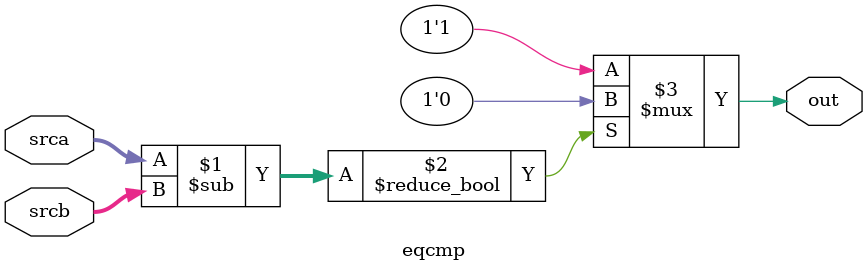
<source format=v>
`timescale 1ns / 1ps

module eqcmp(
input [31:0] srca,srcb,
output out
);

assign out=(srca-srcb)?1'b0:1'b1;
    
endmodule

</source>
